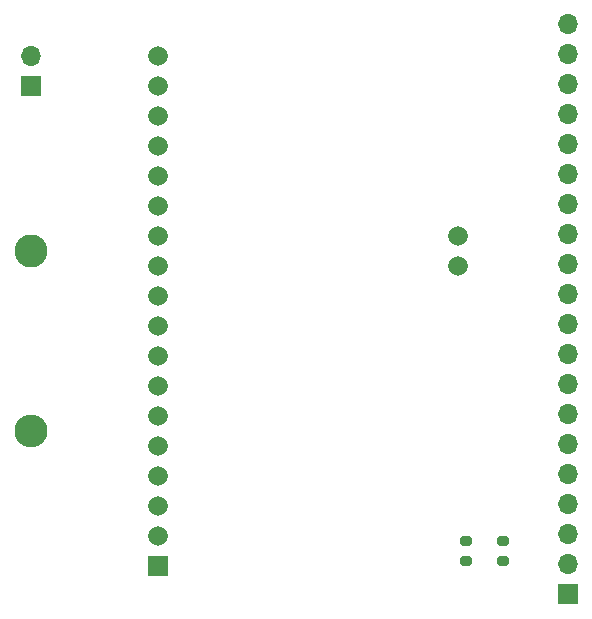
<source format=gbr>
%TF.GenerationSoftware,KiCad,Pcbnew,7.0.7*%
%TF.CreationDate,2023-09-15T19:34:08-06:00*%
%TF.ProjectId,hygienie_pcb,68796769-656e-4696-955f-7063622e6b69,00*%
%TF.SameCoordinates,Original*%
%TF.FileFunction,Soldermask,Top*%
%TF.FilePolarity,Negative*%
%FSLAX46Y46*%
G04 Gerber Fmt 4.6, Leading zero omitted, Abs format (unit mm)*
G04 Created by KiCad (PCBNEW 7.0.7) date 2023-09-15 19:34:08*
%MOMM*%
%LPD*%
G01*
G04 APERTURE LIST*
G04 Aperture macros list*
%AMRoundRect*
0 Rectangle with rounded corners*
0 $1 Rounding radius*
0 $2 $3 $4 $5 $6 $7 $8 $9 X,Y pos of 4 corners*
0 Add a 4 corners polygon primitive as box body*
4,1,4,$2,$3,$4,$5,$6,$7,$8,$9,$2,$3,0*
0 Add four circle primitives for the rounded corners*
1,1,$1+$1,$2,$3*
1,1,$1+$1,$4,$5*
1,1,$1+$1,$6,$7*
1,1,$1+$1,$8,$9*
0 Add four rect primitives between the rounded corners*
20,1,$1+$1,$2,$3,$4,$5,0*
20,1,$1+$1,$4,$5,$6,$7,0*
20,1,$1+$1,$6,$7,$8,$9,0*
20,1,$1+$1,$8,$9,$2,$3,0*%
G04 Aperture macros list end*
%ADD10RoundRect,0.200000X0.275000X-0.200000X0.275000X0.200000X-0.275000X0.200000X-0.275000X-0.200000X0*%
%ADD11O,1.700000X1.700000*%
%ADD12R,1.700000X1.700000*%
%ADD13C,2.800000*%
%ADD14O,2.800000X2.800000*%
%ADD15R,1.665000X1.665000*%
%ADD16C,1.665000*%
G04 APERTURE END LIST*
D10*
%TO.C,R2*%
X122555000Y-126555000D03*
X122555000Y-124905000D03*
%TD*%
%TO.C,R1*%
X125730000Y-124905000D03*
X125730000Y-126555000D03*
%TD*%
D11*
%TO.C,U2*%
X131200000Y-81130000D03*
X131200000Y-83670000D03*
X131200000Y-86210000D03*
X131200000Y-88750000D03*
X131200000Y-91290000D03*
X131200000Y-93830000D03*
X131200000Y-96370000D03*
X131200000Y-98910000D03*
X131200000Y-101450000D03*
X131200000Y-103990000D03*
X131200000Y-106530000D03*
X131200000Y-109070000D03*
X131200000Y-111610000D03*
X131200000Y-114150000D03*
X131200000Y-116690000D03*
X131200000Y-119230000D03*
X131200000Y-121770000D03*
X131200000Y-124310000D03*
X131200000Y-126850000D03*
D12*
X131200000Y-129390000D03*
%TD*%
D13*
%TO.C,SW1*%
X85725000Y-100330000D03*
D14*
X85725000Y-115570000D03*
%TD*%
D15*
%TO.C,U1*%
X96520000Y-127000000D03*
D16*
X96520000Y-124460000D03*
X96520000Y-121920000D03*
X96520000Y-119380000D03*
X96520000Y-116840000D03*
X96520000Y-114300000D03*
X96520000Y-111760000D03*
X96520000Y-109220000D03*
X96520000Y-106680000D03*
X96520000Y-104140000D03*
X96520000Y-101600000D03*
X96520000Y-99060000D03*
X96520000Y-96520000D03*
X96520000Y-93980000D03*
X96520000Y-91440000D03*
X96520000Y-88900000D03*
X96520000Y-86360000D03*
X96520000Y-83820000D03*
X121920000Y-101600000D03*
X121920000Y-99060000D03*
%TD*%
D12*
%TO.C,J1*%
X85725000Y-86365000D03*
D11*
X85725000Y-83825000D03*
%TD*%
M02*

</source>
